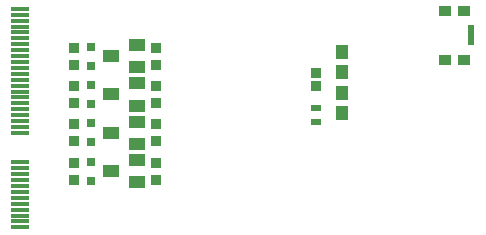
<source format=gtp>
G04*
G04 #@! TF.GenerationSoftware,Altium Limited,Altium Designer,22.11.1 (43)*
G04*
G04 Layer_Color=8421504*
%FSLAX44Y44*%
%MOMM*%
G71*
G04*
G04 #@! TF.SameCoordinates,238175EB-3BB2-4886-BFDA-CBBE0BB03E55*
G04*
G04*
G04 #@! TF.FilePolarity,Positive*
G04*
G01*
G75*
%ADD15R,1.5000X0.3500*%
%ADD16R,0.8000X0.8000*%
%ADD17R,1.0000X0.9000*%
%ADD18R,0.5500X1.7000*%
%ADD19R,1.4000X1.0000*%
%ADD20R,0.8250X0.6250*%
%ADD21R,0.9621X0.9350*%
%ADD22R,1.1000X1.2500*%
%ADD23R,0.8121X0.9311*%
D15*
X12500Y57500D02*
D03*
Y62500D02*
D03*
Y67500D02*
D03*
Y72500D02*
D03*
Y77500D02*
D03*
Y82500D02*
D03*
Y87500D02*
D03*
Y92500D02*
D03*
Y97500D02*
D03*
Y102500D02*
D03*
Y107500D02*
D03*
Y112500D02*
D03*
Y137500D02*
D03*
Y142500D02*
D03*
Y147500D02*
D03*
Y152500D02*
D03*
Y157500D02*
D03*
Y162500D02*
D03*
Y167500D02*
D03*
Y172500D02*
D03*
Y177500D02*
D03*
Y182500D02*
D03*
Y187500D02*
D03*
Y192500D02*
D03*
Y197500D02*
D03*
Y202500D02*
D03*
Y207500D02*
D03*
Y212500D02*
D03*
Y217500D02*
D03*
Y222500D02*
D03*
Y227500D02*
D03*
Y232500D02*
D03*
Y237500D02*
D03*
Y242500D02*
D03*
D16*
X72500Y210500D02*
D03*
Y194500D02*
D03*
Y129500D02*
D03*
Y145500D02*
D03*
Y97000D02*
D03*
Y113000D02*
D03*
Y162000D02*
D03*
Y178000D02*
D03*
D17*
X388000Y240500D02*
D03*
Y199500D02*
D03*
X372000Y240500D02*
D03*
Y199500D02*
D03*
D18*
X394250Y220000D02*
D03*
D19*
X111000Y212000D02*
D03*
X89000Y202500D02*
D03*
X111000Y193000D02*
D03*
Y95500D02*
D03*
X89000Y105000D02*
D03*
X111000Y114500D02*
D03*
Y160500D02*
D03*
X89000Y170000D02*
D03*
X111000Y179500D02*
D03*
Y128000D02*
D03*
X89000Y137500D02*
D03*
X111000Y147000D02*
D03*
D20*
X262500Y146750D02*
D03*
Y158250D02*
D03*
D21*
X127500Y209654D02*
D03*
Y195346D02*
D03*
X57500Y97846D02*
D03*
Y112154D02*
D03*
X127500Y97846D02*
D03*
Y112154D02*
D03*
Y162846D02*
D03*
Y177154D02*
D03*
Y130346D02*
D03*
Y144654D02*
D03*
X57500Y209654D02*
D03*
Y195346D02*
D03*
Y177154D02*
D03*
Y162846D02*
D03*
Y144654D02*
D03*
Y130346D02*
D03*
D22*
X285000Y189000D02*
D03*
Y206000D02*
D03*
Y154000D02*
D03*
Y171000D02*
D03*
D23*
X262500Y177095D02*
D03*
Y187905D02*
D03*
M02*

</source>
